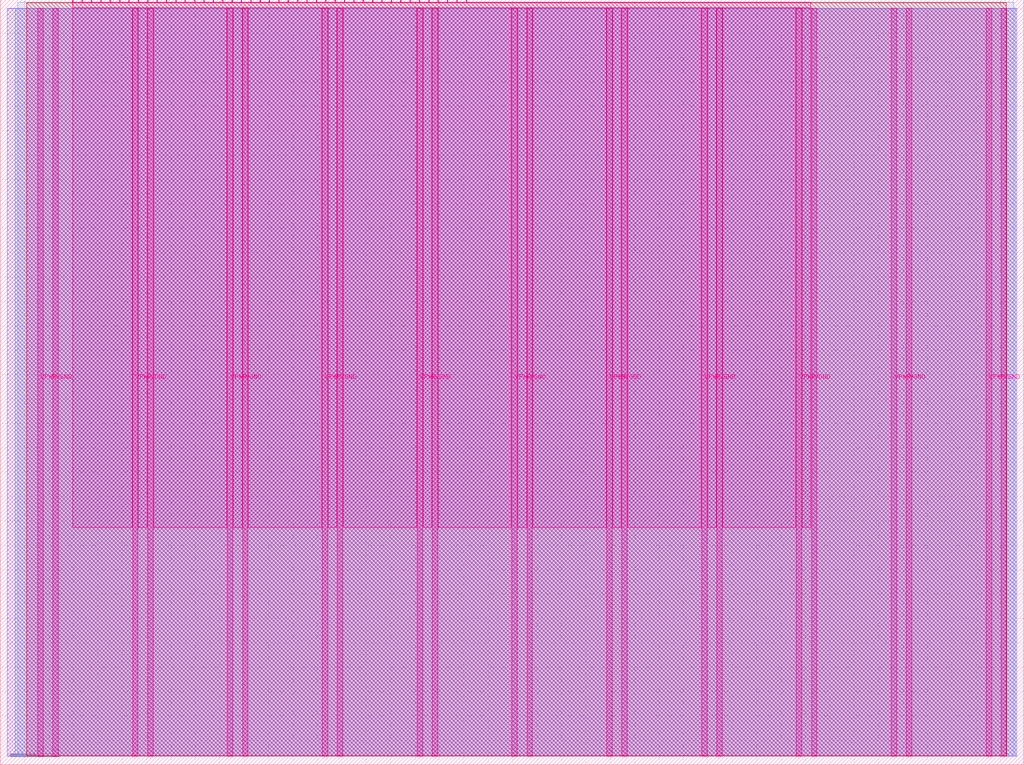
<source format=lef>
VERSION 5.7 ;
  NOWIREEXTENSIONATPIN ON ;
  DIVIDERCHAR "/" ;
  BUSBITCHARS "[]" ;
MACRO tt_um_MichaelBell_mandelbrot
  CLASS BLOCK ;
  FOREIGN tt_um_MichaelBell_mandelbrot ;
  ORIGIN 0.000 0.000 ;
  SIZE 419.520 BY 313.740 ;
  PIN VGND
    DIRECTION INOUT ;
    USE GROUND ;
    PORT
      LAYER Metal5 ;
        RECT 21.580 3.560 23.780 310.180 ;
    END
    PORT
      LAYER Metal5 ;
        RECT 60.450 3.560 62.650 310.180 ;
    END
    PORT
      LAYER Metal5 ;
        RECT 99.320 3.560 101.520 310.180 ;
    END
    PORT
      LAYER Metal5 ;
        RECT 138.190 3.560 140.390 310.180 ;
    END
    PORT
      LAYER Metal5 ;
        RECT 177.060 3.560 179.260 310.180 ;
    END
    PORT
      LAYER Metal5 ;
        RECT 215.930 3.560 218.130 310.180 ;
    END
    PORT
      LAYER Metal5 ;
        RECT 254.800 3.560 257.000 310.180 ;
    END
    PORT
      LAYER Metal5 ;
        RECT 293.670 3.560 295.870 310.180 ;
    END
    PORT
      LAYER Metal5 ;
        RECT 332.540 3.560 334.740 310.180 ;
    END
    PORT
      LAYER Metal5 ;
        RECT 371.410 3.560 373.610 310.180 ;
    END
    PORT
      LAYER Metal5 ;
        RECT 410.280 3.560 412.480 310.180 ;
    END
  END VGND
  PIN VPWR
    DIRECTION INOUT ;
    USE POWER ;
    PORT
      LAYER Metal5 ;
        RECT 15.380 3.560 17.580 310.180 ;
    END
    PORT
      LAYER Metal5 ;
        RECT 54.250 3.560 56.450 310.180 ;
    END
    PORT
      LAYER Metal5 ;
        RECT 93.120 3.560 95.320 310.180 ;
    END
    PORT
      LAYER Metal5 ;
        RECT 131.990 3.560 134.190 310.180 ;
    END
    PORT
      LAYER Metal5 ;
        RECT 170.860 3.560 173.060 310.180 ;
    END
    PORT
      LAYER Metal5 ;
        RECT 209.730 3.560 211.930 310.180 ;
    END
    PORT
      LAYER Metal5 ;
        RECT 248.600 3.560 250.800 310.180 ;
    END
    PORT
      LAYER Metal5 ;
        RECT 287.470 3.560 289.670 310.180 ;
    END
    PORT
      LAYER Metal5 ;
        RECT 326.340 3.560 328.540 310.180 ;
    END
    PORT
      LAYER Metal5 ;
        RECT 365.210 3.560 367.410 310.180 ;
    END
    PORT
      LAYER Metal5 ;
        RECT 404.080 3.560 406.280 310.180 ;
    END
  END VPWR
  PIN clk
    DIRECTION INPUT ;
    USE SIGNAL ;
    ANTENNAGATEAREA 0.426400 ;
    PORT
      LAYER Metal5 ;
        RECT 187.050 312.740 187.350 313.740 ;
    END
  END clk
  PIN ena
    DIRECTION INPUT ;
    USE SIGNAL ;
    PORT
      LAYER Metal5 ;
        RECT 190.890 312.740 191.190 313.740 ;
    END
  END ena
  PIN rst_n
    DIRECTION INPUT ;
    USE SIGNAL ;
    ANTENNAGATEAREA 0.426400 ;
    PORT
      LAYER Metal5 ;
        RECT 183.210 312.740 183.510 313.740 ;
    END
  END rst_n
  PIN ui_in[0]
    DIRECTION INPUT ;
    USE SIGNAL ;
    ANTENNAGATEAREA 0.213200 ;
    PORT
      LAYER Metal5 ;
        RECT 179.370 312.740 179.670 313.740 ;
    END
  END ui_in[0]
  PIN ui_in[1]
    DIRECTION INPUT ;
    USE SIGNAL ;
    ANTENNAGATEAREA 0.213200 ;
    PORT
      LAYER Metal5 ;
        RECT 175.530 312.740 175.830 313.740 ;
    END
  END ui_in[1]
  PIN ui_in[2]
    DIRECTION INPUT ;
    USE SIGNAL ;
    ANTENNAGATEAREA 0.213200 ;
    PORT
      LAYER Metal5 ;
        RECT 171.690 312.740 171.990 313.740 ;
    END
  END ui_in[2]
  PIN ui_in[3]
    DIRECTION INPUT ;
    USE SIGNAL ;
    ANTENNAGATEAREA 0.180700 ;
    PORT
      LAYER Metal5 ;
        RECT 167.850 312.740 168.150 313.740 ;
    END
  END ui_in[3]
  PIN ui_in[4]
    DIRECTION INPUT ;
    USE SIGNAL ;
    ANTENNAGATEAREA 0.180700 ;
    PORT
      LAYER Metal5 ;
        RECT 164.010 312.740 164.310 313.740 ;
    END
  END ui_in[4]
  PIN ui_in[5]
    DIRECTION INPUT ;
    USE SIGNAL ;
    ANTENNAGATEAREA 0.180700 ;
    PORT
      LAYER Metal5 ;
        RECT 160.170 312.740 160.470 313.740 ;
    END
  END ui_in[5]
  PIN ui_in[6]
    DIRECTION INPUT ;
    USE SIGNAL ;
    ANTENNAGATEAREA 0.180700 ;
    PORT
      LAYER Metal5 ;
        RECT 156.330 312.740 156.630 313.740 ;
    END
  END ui_in[6]
  PIN ui_in[7]
    DIRECTION INPUT ;
    USE SIGNAL ;
    ANTENNAGATEAREA 0.180700 ;
    PORT
      LAYER Metal5 ;
        RECT 152.490 312.740 152.790 313.740 ;
    END
  END ui_in[7]
  PIN uio_in[0]
    DIRECTION INPUT ;
    USE SIGNAL ;
    ANTENNAGATEAREA 0.213200 ;
    PORT
      LAYER Metal5 ;
        RECT 148.650 312.740 148.950 313.740 ;
    END
  END uio_in[0]
  PIN uio_in[1]
    DIRECTION INPUT ;
    USE SIGNAL ;
    ANTENNAGATEAREA 0.213200 ;
    PORT
      LAYER Metal5 ;
        RECT 144.810 312.740 145.110 313.740 ;
    END
  END uio_in[1]
  PIN uio_in[2]
    DIRECTION INPUT ;
    USE SIGNAL ;
    ANTENNAGATEAREA 0.213200 ;
    PORT
      LAYER Metal5 ;
        RECT 140.970 312.740 141.270 313.740 ;
    END
  END uio_in[2]
  PIN uio_in[3]
    DIRECTION INPUT ;
    USE SIGNAL ;
    ANTENNAGATEAREA 0.180700 ;
    PORT
      LAYER Metal5 ;
        RECT 137.130 312.740 137.430 313.740 ;
    END
  END uio_in[3]
  PIN uio_in[4]
    DIRECTION INPUT ;
    USE SIGNAL ;
    ANTENNAGATEAREA 0.180700 ;
    PORT
      LAYER Metal5 ;
        RECT 133.290 312.740 133.590 313.740 ;
    END
  END uio_in[4]
  PIN uio_in[5]
    DIRECTION INPUT ;
    USE SIGNAL ;
    ANTENNAGATEAREA 0.213200 ;
    PORT
      LAYER Metal5 ;
        RECT 129.450 312.740 129.750 313.740 ;
    END
  END uio_in[5]
  PIN uio_in[6]
    DIRECTION INPUT ;
    USE SIGNAL ;
    ANTENNAGATEAREA 0.213200 ;
    PORT
      LAYER Metal5 ;
        RECT 125.610 312.740 125.910 313.740 ;
    END
  END uio_in[6]
  PIN uio_in[7]
    DIRECTION INPUT ;
    USE SIGNAL ;
    ANTENNAGATEAREA 0.314600 ;
    PORT
      LAYER Metal5 ;
        RECT 121.770 312.740 122.070 313.740 ;
    END
  END uio_in[7]
  PIN uio_oe[0]
    DIRECTION OUTPUT ;
    USE SIGNAL ;
    ANTENNADIFFAREA 0.299200 ;
    PORT
      LAYER Metal5 ;
        RECT 56.490 312.740 56.790 313.740 ;
    END
  END uio_oe[0]
  PIN uio_oe[1]
    DIRECTION OUTPUT ;
    USE SIGNAL ;
    ANTENNADIFFAREA 0.299200 ;
    PORT
      LAYER Metal5 ;
        RECT 52.650 312.740 52.950 313.740 ;
    END
  END uio_oe[1]
  PIN uio_oe[2]
    DIRECTION OUTPUT ;
    USE SIGNAL ;
    ANTENNADIFFAREA 0.299200 ;
    PORT
      LAYER Metal5 ;
        RECT 48.810 312.740 49.110 313.740 ;
    END
  END uio_oe[2]
  PIN uio_oe[3]
    DIRECTION OUTPUT ;
    USE SIGNAL ;
    ANTENNADIFFAREA 0.299200 ;
    PORT
      LAYER Metal5 ;
        RECT 44.970 312.740 45.270 313.740 ;
    END
  END uio_oe[3]
  PIN uio_oe[4]
    DIRECTION OUTPUT ;
    USE SIGNAL ;
    ANTENNADIFFAREA 0.299200 ;
    PORT
      LAYER Metal5 ;
        RECT 41.130 312.740 41.430 313.740 ;
    END
  END uio_oe[4]
  PIN uio_oe[5]
    DIRECTION OUTPUT ;
    USE SIGNAL ;
    ANTENNADIFFAREA 0.299200 ;
    PORT
      LAYER Metal5 ;
        RECT 37.290 312.740 37.590 313.740 ;
    END
  END uio_oe[5]
  PIN uio_oe[6]
    DIRECTION OUTPUT ;
    USE SIGNAL ;
    ANTENNADIFFAREA 0.299200 ;
    PORT
      LAYER Metal5 ;
        RECT 33.450 312.740 33.750 313.740 ;
    END
  END uio_oe[6]
  PIN uio_oe[7]
    DIRECTION OUTPUT ;
    USE SIGNAL ;
    ANTENNADIFFAREA 0.299200 ;
    PORT
      LAYER Metal5 ;
        RECT 29.610 312.740 29.910 313.740 ;
    END
  END uio_oe[7]
  PIN uio_out[0]
    DIRECTION OUTPUT ;
    USE SIGNAL ;
    ANTENNADIFFAREA 0.299200 ;
    PORT
      LAYER Metal5 ;
        RECT 87.210 312.740 87.510 313.740 ;
    END
  END uio_out[0]
  PIN uio_out[1]
    DIRECTION OUTPUT ;
    USE SIGNAL ;
    ANTENNADIFFAREA 0.299200 ;
    PORT
      LAYER Metal5 ;
        RECT 83.370 312.740 83.670 313.740 ;
    END
  END uio_out[1]
  PIN uio_out[2]
    DIRECTION OUTPUT ;
    USE SIGNAL ;
    ANTENNADIFFAREA 0.299200 ;
    PORT
      LAYER Metal5 ;
        RECT 79.530 312.740 79.830 313.740 ;
    END
  END uio_out[2]
  PIN uio_out[3]
    DIRECTION OUTPUT ;
    USE SIGNAL ;
    ANTENNADIFFAREA 0.299200 ;
    PORT
      LAYER Metal5 ;
        RECT 75.690 312.740 75.990 313.740 ;
    END
  END uio_out[3]
  PIN uio_out[4]
    DIRECTION OUTPUT ;
    USE SIGNAL ;
    ANTENNADIFFAREA 0.299200 ;
    PORT
      LAYER Metal5 ;
        RECT 71.850 312.740 72.150 313.740 ;
    END
  END uio_out[4]
  PIN uio_out[5]
    DIRECTION OUTPUT ;
    USE SIGNAL ;
    ANTENNADIFFAREA 0.299200 ;
    PORT
      LAYER Metal5 ;
        RECT 68.010 312.740 68.310 313.740 ;
    END
  END uio_out[5]
  PIN uio_out[6]
    DIRECTION OUTPUT ;
    USE SIGNAL ;
    ANTENNADIFFAREA 0.299200 ;
    PORT
      LAYER Metal5 ;
        RECT 64.170 312.740 64.470 313.740 ;
    END
  END uio_out[6]
  PIN uio_out[7]
    DIRECTION OUTPUT ;
    USE SIGNAL ;
    ANTENNADIFFAREA 0.299200 ;
    PORT
      LAYER Metal5 ;
        RECT 60.330 312.740 60.630 313.740 ;
    END
  END uio_out[7]
  PIN uo_out[0]
    DIRECTION OUTPUT ;
    USE SIGNAL ;
    ANTENNADIFFAREA 0.632400 ;
    PORT
      LAYER Metal5 ;
        RECT 117.930 312.740 118.230 313.740 ;
    END
  END uo_out[0]
  PIN uo_out[1]
    DIRECTION OUTPUT ;
    USE SIGNAL ;
    ANTENNADIFFAREA 0.632400 ;
    PORT
      LAYER Metal5 ;
        RECT 114.090 312.740 114.390 313.740 ;
    END
  END uo_out[1]
  PIN uo_out[2]
    DIRECTION OUTPUT ;
    USE SIGNAL ;
    ANTENNADIFFAREA 0.632400 ;
    PORT
      LAYER Metal5 ;
        RECT 110.250 312.740 110.550 313.740 ;
    END
  END uo_out[2]
  PIN uo_out[3]
    DIRECTION OUTPUT ;
    USE SIGNAL ;
    ANTENNADIFFAREA 0.654800 ;
    PORT
      LAYER Metal5 ;
        RECT 106.410 312.740 106.710 313.740 ;
    END
  END uo_out[3]
  PIN uo_out[4]
    DIRECTION OUTPUT ;
    USE SIGNAL ;
    ANTENNADIFFAREA 0.632400 ;
    PORT
      LAYER Metal5 ;
        RECT 102.570 312.740 102.870 313.740 ;
    END
  END uo_out[4]
  PIN uo_out[5]
    DIRECTION OUTPUT ;
    USE SIGNAL ;
    ANTENNADIFFAREA 0.632400 ;
    PORT
      LAYER Metal5 ;
        RECT 98.730 312.740 99.030 313.740 ;
    END
  END uo_out[5]
  PIN uo_out[6]
    DIRECTION OUTPUT ;
    USE SIGNAL ;
    ANTENNADIFFAREA 0.632400 ;
    PORT
      LAYER Metal5 ;
        RECT 94.890 312.740 95.190 313.740 ;
    END
  END uo_out[6]
  PIN uo_out[7]
    DIRECTION OUTPUT ;
    USE SIGNAL ;
    ANTENNADIFFAREA 0.654800 ;
    PORT
      LAYER Metal5 ;
        RECT 91.050 312.740 91.350 313.740 ;
    END
  END uo_out[7]
  OBS
      LAYER GatPoly ;
        RECT 2.880 3.630 416.640 310.110 ;
      LAYER Metal1 ;
        RECT 2.880 3.560 416.640 310.180 ;
      LAYER Metal2 ;
        RECT 6.050 3.680 415.955 310.060 ;
      LAYER Metal3 ;
        RECT 7.100 3.635 415.300 312.625 ;
      LAYER Metal4 ;
        RECT 10.895 3.680 412.345 312.580 ;
      LAYER Metal5 ;
        RECT 30.120 312.530 33.240 312.740 ;
        RECT 33.960 312.530 37.080 312.740 ;
        RECT 37.800 312.530 40.920 312.740 ;
        RECT 41.640 312.530 44.760 312.740 ;
        RECT 45.480 312.530 48.600 312.740 ;
        RECT 49.320 312.530 52.440 312.740 ;
        RECT 53.160 312.530 56.280 312.740 ;
        RECT 57.000 312.530 60.120 312.740 ;
        RECT 60.840 312.530 63.960 312.740 ;
        RECT 64.680 312.530 67.800 312.740 ;
        RECT 68.520 312.530 71.640 312.740 ;
        RECT 72.360 312.530 75.480 312.740 ;
        RECT 76.200 312.530 79.320 312.740 ;
        RECT 80.040 312.530 83.160 312.740 ;
        RECT 83.880 312.530 87.000 312.740 ;
        RECT 87.720 312.530 90.840 312.740 ;
        RECT 91.560 312.530 94.680 312.740 ;
        RECT 95.400 312.530 98.520 312.740 ;
        RECT 99.240 312.530 102.360 312.740 ;
        RECT 103.080 312.530 106.200 312.740 ;
        RECT 106.920 312.530 110.040 312.740 ;
        RECT 110.760 312.530 113.880 312.740 ;
        RECT 114.600 312.530 117.720 312.740 ;
        RECT 118.440 312.530 121.560 312.740 ;
        RECT 122.280 312.530 125.400 312.740 ;
        RECT 126.120 312.530 129.240 312.740 ;
        RECT 129.960 312.530 133.080 312.740 ;
        RECT 133.800 312.530 136.920 312.740 ;
        RECT 137.640 312.530 140.760 312.740 ;
        RECT 141.480 312.530 144.600 312.740 ;
        RECT 145.320 312.530 148.440 312.740 ;
        RECT 149.160 312.530 152.280 312.740 ;
        RECT 153.000 312.530 156.120 312.740 ;
        RECT 156.840 312.530 159.960 312.740 ;
        RECT 160.680 312.530 163.800 312.740 ;
        RECT 164.520 312.530 167.640 312.740 ;
        RECT 168.360 312.530 171.480 312.740 ;
        RECT 172.200 312.530 175.320 312.740 ;
        RECT 176.040 312.530 179.160 312.740 ;
        RECT 179.880 312.530 183.000 312.740 ;
        RECT 183.720 312.530 186.840 312.740 ;
        RECT 187.560 312.530 190.680 312.740 ;
        RECT 191.400 312.530 332.260 312.740 ;
        RECT 29.660 310.390 332.260 312.530 ;
        RECT 29.660 97.295 54.040 310.390 ;
        RECT 56.660 97.295 60.240 310.390 ;
        RECT 62.860 97.295 92.910 310.390 ;
        RECT 95.530 97.295 99.110 310.390 ;
        RECT 101.730 97.295 131.780 310.390 ;
        RECT 134.400 97.295 137.980 310.390 ;
        RECT 140.600 97.295 170.650 310.390 ;
        RECT 173.270 97.295 176.850 310.390 ;
        RECT 179.470 97.295 209.520 310.390 ;
        RECT 212.140 97.295 215.720 310.390 ;
        RECT 218.340 97.295 248.390 310.390 ;
        RECT 251.010 97.295 254.590 310.390 ;
        RECT 257.210 97.295 287.260 310.390 ;
        RECT 289.880 97.295 293.460 310.390 ;
        RECT 296.080 97.295 326.130 310.390 ;
        RECT 328.750 97.295 332.260 310.390 ;
  END
END tt_um_MichaelBell_mandelbrot
END LIBRARY


</source>
